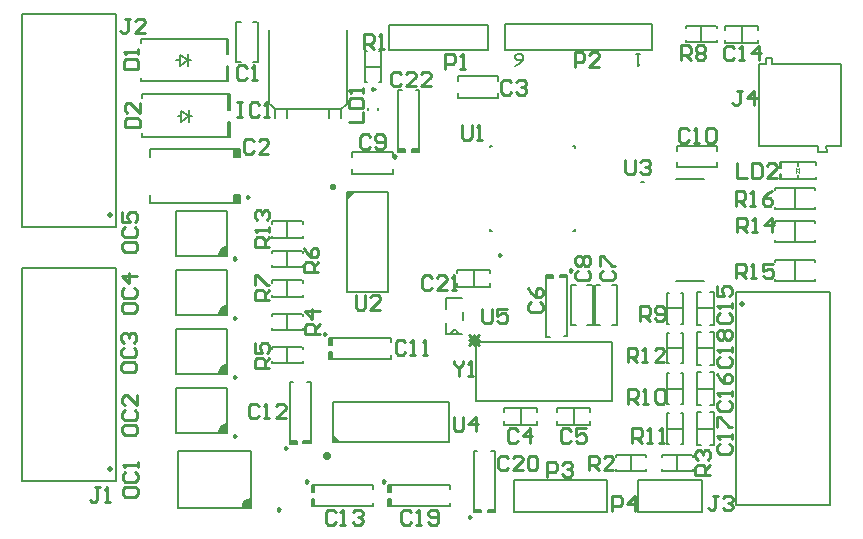
<source format=gto>
G04*
G04 #@! TF.GenerationSoftware,Altium Limited,Altium Designer,21.0.8 (223)*
G04*
G04 Layer_Color=65535*
%FSLAX25Y25*%
%MOIN*%
G70*
G04*
G04 #@! TF.SameCoordinates,22837C2A-C745-47FE-8211-02B0961AEF73*
G04*
G04*
G04 #@! TF.FilePolarity,Positive*
G04*
G01*
G75*
%ADD10C,0.00984*%
%ADD11C,0.00787*%
%ADD12C,0.00600*%
%ADD13C,0.01968*%
G04:AMPARAMS|DCode=14|XSize=19.68mil|YSize=19.68mil|CornerRadius=4.92mil|HoleSize=0mil|Usage=FLASHONLY|Rotation=0.000|XOffset=0mil|YOffset=0mil|HoleType=Round|Shape=RoundedRectangle|*
%AMROUNDEDRECTD14*
21,1,0.01968,0.00984,0,0,0.0*
21,1,0.00984,0.01968,0,0,0.0*
1,1,0.00984,0.00492,-0.00492*
1,1,0.00984,-0.00492,-0.00492*
1,1,0.00984,-0.00492,0.00492*
1,1,0.00984,0.00492,0.00492*
%
%ADD14ROUNDEDRECTD14*%
%ADD15C,0.02756*%
%ADD16C,0.00591*%
%ADD17C,0.00394*%
%ADD18C,0.00500*%
%ADD19C,0.01000*%
%ADD20R,0.02362X0.00591*%
%ADD21R,0.02362X0.00591*%
%ADD22R,0.02362X0.00591*%
%ADD23R,0.02362X0.00591*%
%ADD24R,0.00591X0.02362*%
%ADD25R,0.02165X0.02657*%
G36*
X76413Y33642D02*
X73709D01*
Y35142D01*
X75209Y36642D01*
X76413D01*
Y33642D01*
D02*
G37*
G36*
X84252Y8610D02*
X81547D01*
Y10110D01*
X83047Y11610D01*
X84252D01*
Y8610D01*
D02*
G37*
G36*
X111614Y30512D02*
X114449Y30512D01*
X111614Y33347D01*
X111614Y30512D01*
D02*
G37*
G36*
X76413Y53327D02*
X73709D01*
Y54827D01*
X75209Y56327D01*
X76413D01*
Y53327D01*
D02*
G37*
G36*
Y73012D02*
X73709D01*
Y74512D01*
X75209Y76012D01*
X76413D01*
Y73012D01*
D02*
G37*
G36*
Y92697D02*
X73709D01*
Y94197D01*
X75209Y95697D01*
X76413D01*
Y92697D01*
D02*
G37*
G36*
X116339Y114094D02*
X116339Y111260D01*
X119173Y114095D01*
X116339Y114094D01*
D02*
G37*
D10*
X167616Y92913D02*
X166878Y93340D01*
Y92487D01*
X167616Y92913D01*
X132579Y125827D02*
X131841Y126253D01*
Y125401D01*
X132579Y125827D01*
X157776Y5669D02*
X157037Y6095D01*
Y5243D01*
X157776Y5669D01*
X129035Y17520D02*
X128297Y17946D01*
Y17094D01*
X129035Y17520D01*
X103445D02*
X102707Y17946D01*
Y17094D01*
X103445Y17520D01*
X96358Y28543D02*
X95620Y28969D01*
Y28117D01*
X96358Y28543D01*
X109350Y66535D02*
X108612Y66962D01*
Y66109D01*
X109350Y66535D01*
X191437Y87795D02*
X190699Y88222D01*
Y87369D01*
X191437Y87795D01*
X83760Y112303D02*
X83022Y112729D01*
Y111877D01*
X83760Y112303D01*
X125492Y148228D02*
X124754Y148654D01*
Y147802D01*
X125492Y148228D01*
X94039Y8110D02*
X93301Y8536D01*
Y7684D01*
X94039Y8110D01*
X79405Y72012D02*
X78667Y72438D01*
Y71586D01*
X79405Y72012D01*
Y91697D02*
X78667Y92123D01*
Y91271D01*
X79405Y91697D01*
Y32642D02*
X78667Y33068D01*
Y32215D01*
X79405Y32642D01*
Y52327D02*
X78667Y52753D01*
Y51901D01*
X79405Y52327D01*
D11*
X84252Y11610D02*
X83217Y11404D01*
X82339Y10818D01*
X81753Y9941D01*
X81547Y8906D01*
X76413Y76012D02*
X75378Y75806D01*
X74501Y75220D01*
X73914Y74342D01*
X73709Y73307D01*
X215158Y117323D02*
X214370D01*
X215158D01*
X76413Y95697D02*
X75378Y95491D01*
X74501Y94905D01*
X73914Y94027D01*
X73709Y92992D01*
X76413Y36642D02*
X75378Y36436D01*
X74501Y35849D01*
X73914Y34972D01*
X73709Y33937D01*
X76413Y56327D02*
X75378Y56121D01*
X74501Y55535D01*
X73914Y54657D01*
X73709Y53622D01*
X159449Y63976D02*
X204724D01*
Y44291D02*
Y63976D01*
X159449Y44291D02*
X204724D01*
X159449D02*
Y63976D01*
X191732Y129331D02*
X192323D01*
Y128740D02*
Y129331D01*
X163976Y129390D02*
X164567D01*
X163976Y128799D02*
Y129390D01*
X163917Y101004D02*
Y101594D01*
Y101004D02*
X164508D01*
X191772Y100965D02*
X192362D01*
Y101555D01*
X245866Y9646D02*
Y80512D01*
X253740Y9646D02*
X269488D01*
X245866Y80512D02*
X277362D01*
Y9646D02*
Y80512D01*
X245866Y9646D02*
X253740D01*
X269488D02*
X277362D01*
X39370Y102362D02*
Y173228D01*
X15748D02*
X31496D01*
X7874Y102362D02*
X39370D01*
X7874D02*
Y173228D01*
X31496D02*
X39370D01*
X7874D02*
X15748D01*
X39370Y17717D02*
Y88583D01*
X15748D02*
X31496D01*
X7874Y17717D02*
X39370D01*
X7874D02*
Y88583D01*
X31496D02*
X39370D01*
X7874D02*
X15748D01*
X59449Y157874D02*
X60630D01*
X63386D02*
X64173D01*
X60630Y155905D02*
Y159449D01*
Y155905D02*
X63386Y157874D01*
X60630Y159449D02*
X63386Y157874D01*
Y155905D02*
Y159843D01*
X47638Y164961D02*
X76772D01*
X47638Y163681D02*
Y164961D01*
X76772Y159843D02*
Y164961D01*
X47638Y150787D02*
Y152067D01*
X76181Y159843D02*
X76772D01*
X76181D02*
Y164961D01*
Y150787D02*
Y155905D01*
X76772D01*
X47638Y150787D02*
X76772D01*
Y155905D01*
X133373Y128123D02*
X135735D01*
Y127336D02*
Y128123D01*
X133373Y147808D02*
X134554D01*
X133373Y127336D02*
X135735D01*
X133373D02*
Y147808D01*
X137992Y128189D02*
X140354D01*
X137992Y127402D02*
Y128189D01*
X139173Y147874D02*
X140354D01*
X137992Y127402D02*
X140354D01*
Y147874D01*
X158570Y7966D02*
X160932D01*
Y7179D02*
Y7966D01*
X158570Y27651D02*
X159751D01*
X158570Y7179D02*
X160932D01*
X158570D02*
Y27651D01*
X163189Y8032D02*
X165551D01*
X163189Y7244D02*
Y8032D01*
X164370Y27716D02*
X165551D01*
X163189Y7244D02*
X165551D01*
Y27716D01*
X130840Y13871D02*
Y16233D01*
X130052Y13871D02*
X130840D01*
X150525Y15052D02*
Y16233D01*
X130052Y13871D02*
Y16233D01*
X150525D01*
X130905Y9252D02*
Y11614D01*
X130118D02*
X130905D01*
X150591Y9252D02*
Y10433D01*
X130118Y9252D02*
Y11614D01*
Y9252D02*
X150591D01*
X105249Y13871D02*
Y16233D01*
X104462Y13871D02*
X105249D01*
X124934Y15052D02*
Y16233D01*
X104462Y13871D02*
Y16233D01*
X124934D01*
X105315Y9252D02*
Y11614D01*
X104528D02*
X105315D01*
X125000Y9252D02*
Y10433D01*
X104528Y9252D02*
Y11614D01*
Y9252D02*
X125000D01*
X97153Y30840D02*
X99515D01*
Y30053D02*
Y30840D01*
X97153Y50525D02*
X98334D01*
X97153Y30053D02*
X99515D01*
X97153D02*
Y50525D01*
X101772Y30906D02*
X104134D01*
X101772Y30118D02*
Y30906D01*
X102953Y50591D02*
X104134D01*
X101772Y30118D02*
X104134D01*
Y50591D01*
X111155Y62887D02*
Y65249D01*
X110368Y62887D02*
X111155D01*
X130840Y64068D02*
Y65249D01*
X110368Y62887D02*
Y65249D01*
X130840D01*
X111221Y58268D02*
Y60630D01*
X110433D02*
X111221D01*
X130905Y58268D02*
Y59449D01*
X110433Y58268D02*
Y60630D01*
Y58268D02*
X130905D01*
X187296Y85499D02*
X189658D01*
X187296D02*
Y86286D01*
X188477Y65814D02*
X189658D01*
X187296Y86286D02*
X189658D01*
Y65814D02*
Y86286D01*
X182677Y85433D02*
X185039D01*
Y86221D01*
X182677Y65748D02*
X183858D01*
X182677Y86221D02*
X185039D01*
X182677Y65748D02*
Y86221D01*
X50787Y110236D02*
X80709D01*
X50787Y128347D02*
X80709D01*
Y110236D02*
Y112894D01*
X50787Y110236D02*
Y112894D01*
X80709Y125689D02*
Y128347D01*
X50787Y125689D02*
Y128347D01*
X78543Y125689D02*
X80709D01*
X78543D02*
Y128347D01*
Y110236D02*
Y112894D01*
X80709D01*
X77165Y132283D02*
Y137402D01*
X48031Y132283D02*
X77165D01*
X76575Y137402D02*
X77165D01*
X76575Y132283D02*
Y137402D01*
Y141339D02*
Y146457D01*
Y141339D02*
X77165D01*
X48031Y132283D02*
Y133563D01*
X77165Y141339D02*
Y146457D01*
X48031Y145177D02*
Y146457D01*
X77165D01*
X63779Y137402D02*
Y141339D01*
X61024Y140945D02*
X63779Y139370D01*
X61024Y137402D02*
X63779Y139370D01*
X61024Y137402D02*
Y140945D01*
X63779Y139370D02*
X64567D01*
X59842D02*
X61024D01*
X257874Y156693D02*
X258067Y158662D01*
X255909D02*
X256102Y156693D01*
X255906Y158661D02*
X258071D01*
X253543Y129134D02*
Y156693D01*
X275984Y129134D02*
X281102D01*
Y156693D01*
X253543D02*
X256102D01*
X257874D02*
X281102D01*
X273150Y127165D02*
X276292D01*
X275984Y129134D02*
X276292Y127165D01*
X253543Y129134D02*
X273425D01*
X273150Y127165D02*
X273424Y129139D01*
X123425Y141240D02*
Y141831D01*
X126575Y141240D02*
Y141831D01*
X59842Y27610D02*
X84252D01*
X59842Y8610D02*
X84252D01*
X59842D02*
Y27610D01*
X84252Y8610D02*
Y27610D01*
X59413Y88012D02*
X76413D01*
X59413Y73012D02*
X76413D01*
X59413D02*
Y88012D01*
X76413Y73012D02*
Y88012D01*
X163386Y161122D02*
Y169587D01*
X130315D02*
X163386D01*
X130315Y161122D02*
Y169587D01*
Y161122D02*
X163386D01*
X217913Y161319D02*
Y169783D01*
X169095D02*
X217913D01*
X169095Y161319D02*
Y169783D01*
Y161319D02*
X217913D01*
X171811Y7303D02*
Y17894D01*
Y7303D02*
X202992D01*
Y17894D01*
X171811D02*
X202992D01*
X234606Y7303D02*
Y17894D01*
X213425D02*
X234606D01*
X213425Y7303D02*
Y17894D01*
Y7303D02*
X234606D01*
X116339Y114094D02*
X130118D01*
Y80630D02*
Y114094D01*
X116339Y80630D02*
X130118D01*
X116339D02*
Y114094D01*
X150197Y30512D02*
Y44094D01*
X111614Y30512D02*
Y44094D01*
X150197D01*
X111614Y30512D02*
X150197D01*
X76413Y92697D02*
Y107697D01*
X59413Y92697D02*
Y107697D01*
Y92697D02*
X76413D01*
X59413Y107697D02*
X76413D01*
Y33642D02*
Y48642D01*
X59413Y33642D02*
Y48642D01*
Y33642D02*
X76413D01*
X59413Y48642D02*
X76413D01*
X59413Y68327D02*
X76413D01*
X59413Y53327D02*
X76413D01*
X59413D02*
Y68327D01*
X76413Y53327D02*
Y68327D01*
D12*
X153365Y66638D02*
X153014Y67486D01*
X152165Y67838D01*
X151317Y67486D01*
X150965Y66638D01*
X115847Y142996D02*
X116246Y143396D01*
X90447D02*
X90847Y142996D01*
X92347Y141496D01*
X114347D02*
X115847Y142996D01*
X114347Y138496D02*
Y141496D01*
X110346Y138496D02*
Y141496D01*
X96346Y138496D02*
Y141496D01*
X92347Y138496D02*
Y141496D01*
X90447Y143396D02*
Y167996D01*
X116246Y143396D02*
Y167996D01*
X92347Y141496D02*
X114347D01*
X154965Y71238D02*
Y74038D01*
X153365Y66638D02*
X154465D01*
X150965D02*
X153365D01*
X149365D02*
X150965D01*
X149365Y75038D02*
Y78638D01*
X154465D01*
X149365Y66638D02*
Y70238D01*
X213976Y160039D02*
X212644D01*
X213310D01*
Y156041D01*
X213976Y156707D01*
X172334Y156041D02*
X173667Y156707D01*
X175000Y158040D01*
Y159373D01*
X174334Y160039D01*
X173001D01*
X172334Y159373D01*
Y158706D01*
X173001Y158040D01*
X175000D01*
D13*
X247835Y76575D02*
D03*
X37402Y106299D02*
D03*
Y21654D02*
D03*
D14*
X111614Y115472D02*
D03*
D15*
X109646Y25984D02*
D03*
D16*
X79331Y157283D02*
X80905D01*
X79231D02*
Y170669D01*
X79331D02*
X80905D01*
X84842D02*
X86417D01*
X86517Y157283D02*
Y170669D01*
X84842Y157283D02*
X86417D01*
X166732Y150984D02*
Y152559D01*
X153347Y152659D02*
X166732D01*
X153347Y150984D02*
Y152559D01*
Y145472D02*
Y147047D01*
Y145372D02*
X166732D01*
Y145472D02*
Y147047D01*
X204724Y83071D02*
X206299D01*
X206399Y69685D02*
Y83071D01*
X204724Y69685D02*
X206299D01*
X199213D02*
X200787D01*
X199113D02*
Y83071D01*
X199213D02*
X200787D01*
X190945D02*
X192520D01*
X190845Y69685D02*
Y83071D01*
X190945Y69685D02*
X192520D01*
X196457D02*
X198031D01*
X198132D02*
Y83071D01*
X196457D02*
X198031D01*
X131496Y120079D02*
Y121653D01*
X118110Y119979D02*
X131496D01*
X118110Y120079D02*
Y121653D01*
Y125591D02*
Y127165D01*
Y127265D02*
X131496D01*
Y125591D02*
Y127165D01*
X226378Y122244D02*
Y123819D01*
Y122144D02*
X239764D01*
Y122244D02*
Y123819D01*
Y127756D02*
Y129331D01*
X226378Y129431D02*
X239764D01*
X226378Y127756D02*
Y129331D01*
X272535Y123063D02*
Y123819D01*
X260630D02*
X272535D01*
X261035Y122063D02*
Y123819D01*
Y118307D02*
Y120063D01*
X260630Y118307D02*
X272535D01*
Y119063D01*
X260535Y123819D02*
X261035D01*
X260535Y122063D02*
Y123819D01*
Y122063D02*
X261035D01*
X260535Y118307D02*
X261035D01*
X260535D02*
Y120063D01*
X261035D01*
X266535Y122441D02*
Y123819D01*
Y118307D02*
Y119685D01*
X152953Y88092D02*
X155709D01*
X161221D01*
X163976D01*
X158465Y82480D02*
Y87992D01*
X163976Y82480D02*
Y83661D01*
X152953Y82380D02*
X163976D01*
X152953Y82480D02*
Y83661D01*
Y86811D02*
Y87992D01*
X163976Y86811D02*
Y87992D01*
X232971Y56398D02*
Y59153D01*
Y64665D01*
Y67421D01*
X233071Y61910D02*
X238583D01*
X237402Y67421D02*
X238583D01*
X238683Y56398D02*
Y67421D01*
X237402Y56398D02*
X238583D01*
X233071D02*
X234252D01*
X233071Y67421D02*
X234252D01*
X232971Y29528D02*
Y32283D01*
Y37795D01*
Y40551D01*
X233071Y35039D02*
X238583D01*
X237402Y40551D02*
X238583D01*
X238683Y29528D02*
Y40551D01*
X237402Y29528D02*
X238583D01*
X233071D02*
X234252D01*
X233071Y40551D02*
X234252D01*
X232971Y42913D02*
Y45669D01*
Y51181D01*
Y53937D01*
X233071Y48425D02*
X238583D01*
X237402Y53937D02*
X238583D01*
X238683Y42913D02*
Y53937D01*
X237402Y42913D02*
X238583D01*
X233071D02*
X234252D01*
X233071Y53937D02*
X234252D01*
X232971Y69685D02*
Y72441D01*
Y77953D01*
Y80709D01*
X233071Y75197D02*
X238583D01*
X237402Y80709D02*
X238583D01*
X238683Y69685D02*
Y80709D01*
X237402Y69685D02*
X238583D01*
X233071D02*
X234252D01*
X233071Y80709D02*
X234252D01*
X242418Y169197D02*
X245174D01*
X250686D01*
X253442D01*
X247930Y163586D02*
Y169097D01*
X253442Y163586D02*
Y164767D01*
X242418Y163486D02*
X253442D01*
X242418Y163586D02*
Y164767D01*
Y167916D02*
Y169097D01*
X253442Y167916D02*
Y169097D01*
X186417Y42029D02*
X189173D01*
X194685D01*
X197441D01*
X191929Y36417D02*
Y41929D01*
X197441Y36417D02*
Y37598D01*
X186417Y36317D02*
X197441D01*
X186417Y36417D02*
Y37598D01*
Y40748D02*
Y41929D01*
X197441Y40748D02*
Y41929D01*
X176969Y36317D02*
X179724D01*
X171457D02*
X176969D01*
X168701D02*
X171457D01*
X174213Y36417D02*
Y41929D01*
X168701Y40748D02*
Y41929D01*
Y42029D02*
X179724D01*
Y40748D02*
Y41929D01*
Y36417D02*
Y37598D01*
X168701Y36417D02*
Y37598D01*
X122244Y155709D02*
X127756D01*
X127000Y160809D02*
X127756D01*
Y150709D02*
Y160709D01*
X127000Y150609D02*
X127756D01*
X122244D02*
X123000D01*
X122244Y150709D02*
Y160709D01*
Y160809D02*
X123000D01*
X205924Y20866D02*
Y21622D01*
X206024Y20866D02*
X216024D01*
X216124D02*
Y21622D01*
Y25622D02*
Y26378D01*
X206024D02*
X216024D01*
X205924Y25622D02*
Y26378D01*
X211024Y20866D02*
Y26378D01*
X226378Y20866D02*
Y26378D01*
X231478Y20866D02*
Y21622D01*
X221378Y20866D02*
X231378D01*
X221278D02*
Y21622D01*
Y25622D02*
Y26378D01*
X221378D02*
X231378D01*
X231478Y25622D02*
Y26378D01*
X91357Y67913D02*
Y68669D01*
X91457Y67913D02*
X101457D01*
X101557D02*
Y68669D01*
Y72669D02*
Y73425D01*
X91457D02*
X101457D01*
X91357Y72669D02*
Y73425D01*
X96457Y67913D02*
Y73425D01*
Y56890D02*
Y62402D01*
X91357Y61646D02*
Y62402D01*
X91457D02*
X101457D01*
X101557Y61646D02*
Y62402D01*
Y56890D02*
Y57646D01*
X91457Y56890D02*
X101457D01*
X91357D02*
Y57646D01*
Y88779D02*
Y89535D01*
X91457Y88779D02*
X101457D01*
X101557D02*
Y89535D01*
Y93535D02*
Y94291D01*
X91457D02*
X101457D01*
X91357Y93535D02*
Y94291D01*
X96457Y88779D02*
Y94291D01*
Y78937D02*
Y84449D01*
X91357Y83693D02*
Y84449D01*
X91457D02*
X101457D01*
X101557Y83693D02*
Y84449D01*
Y78937D02*
Y79693D01*
X91457Y78937D02*
X101457D01*
X91357D02*
Y79693D01*
X239549Y168535D02*
Y169291D01*
X229449D02*
X239449D01*
X229349Y168535D02*
Y169291D01*
Y163779D02*
Y164535D01*
X229449Y163779D02*
X239449D01*
X239549D02*
Y164535D01*
X234449Y163779D02*
Y169291D01*
X222835Y75197D02*
X228346D01*
X222835Y70097D02*
X223590D01*
X222835Y70197D02*
Y80197D01*
Y80297D02*
X223590D01*
X227590D02*
X228346D01*
Y70197D02*
Y80197D01*
X227590Y70097D02*
X228346D01*
X227590Y43325D02*
X228346D01*
Y43425D02*
Y53425D01*
X227590Y53525D02*
X228346D01*
X222835D02*
X223590D01*
X222835Y43425D02*
Y53425D01*
Y43325D02*
X223590D01*
X222835Y48425D02*
X228346D01*
X222835Y35039D02*
X228346D01*
X222835Y29939D02*
X223590D01*
X222835Y30039D02*
Y40039D01*
Y40139D02*
X223590D01*
X227590D02*
X228346D01*
Y30039D02*
Y40039D01*
X227590Y29939D02*
X228346D01*
X227590Y56810D02*
X228346D01*
Y56910D02*
Y66909D01*
X227590Y67010D02*
X228346D01*
X222835D02*
X223590D01*
X222835Y56910D02*
Y66909D01*
Y56810D02*
X223590D01*
X222835Y61910D02*
X228346D01*
X96457Y98622D02*
Y104134D01*
X91357Y103378D02*
Y104134D01*
X91457D02*
X101457D01*
X101557Y103378D02*
Y104134D01*
Y98622D02*
Y99378D01*
X91457Y98622D02*
X101457D01*
X91357D02*
Y99378D01*
X258858Y114567D02*
Y115354D01*
X272244D01*
Y114567D02*
Y115354D01*
X258858Y108268D02*
Y109055D01*
Y108268D02*
X272244D01*
Y109055D01*
X265551Y108268D02*
Y115354D01*
X259055Y90551D02*
Y91339D01*
X272441D01*
Y90551D02*
Y91339D01*
X259055Y84252D02*
Y85039D01*
Y84252D02*
X272441D01*
Y85039D01*
X265748Y84252D02*
Y91339D01*
X258858Y103543D02*
Y104331D01*
X272244D01*
Y103543D02*
Y104331D01*
X258858Y97244D02*
Y98032D01*
Y97244D02*
X272244D01*
Y98032D01*
X265551Y97244D02*
Y104331D01*
D17*
X265946Y121134D02*
X267124Y120222D01*
Y120222D02*
Y121063D01*
X265947Y120177D02*
Y121063D01*
Y121949D01*
X267124Y121063D02*
Y122047D01*
X265946Y121134D02*
X267124Y122047D01*
D18*
X226102Y84153D02*
X235315D01*
X226102Y118209D02*
X235315D01*
D19*
X160365Y63073D02*
X157033Y66405D01*
X160365D02*
X157033Y63073D01*
X160365Y64739D02*
X157033D01*
X158699Y66405D02*
Y63073D01*
X246393Y123523D02*
Y118603D01*
X249673D01*
X251313Y123523D02*
Y118603D01*
X253773D01*
X254593Y119423D01*
Y122703D01*
X253773Y123523D01*
X251313D01*
X259512Y118603D02*
X256233D01*
X259512Y121883D01*
Y122703D01*
X258692Y123523D01*
X257052D01*
X256233Y122703D01*
X245819Y109351D02*
Y114271D01*
X248279D01*
X249099Y113451D01*
Y111811D01*
X248279Y110991D01*
X245819D01*
X247459D02*
X249099Y109351D01*
X250739D02*
X252379D01*
X251558D01*
Y114271D01*
X250739Y113451D01*
X258118Y114271D02*
X256478Y113451D01*
X254838Y111811D01*
Y110171D01*
X255658Y109351D01*
X257298D01*
X258118Y110171D01*
Y110991D01*
X257298Y111811D01*
X254838D01*
X239928Y12696D02*
X238288D01*
X239108D01*
Y8596D01*
X238288Y7776D01*
X237468D01*
X236648Y8596D01*
X241568Y11876D02*
X242388Y12696D01*
X244028D01*
X244848Y11876D01*
Y11056D01*
X244028Y10236D01*
X243208D01*
X244028D01*
X244848Y9416D01*
Y8596D01*
X244028Y7776D01*
X242388D01*
X241568Y8596D01*
X134319Y153215D02*
X133499Y154035D01*
X131859D01*
X131039Y153215D01*
Y149935D01*
X131859Y149115D01*
X133499D01*
X134319Y149935D01*
X139238Y149115D02*
X135959D01*
X139238Y152395D01*
Y153215D01*
X138418Y154035D01*
X136778D01*
X135959Y153215D01*
X144158Y149115D02*
X140878D01*
X144158Y152395D01*
Y153215D01*
X143338Y154035D01*
X141698D01*
X140878Y153215D01*
X246016Y85139D02*
Y90058D01*
X248476D01*
X249296Y89238D01*
Y87598D01*
X248476Y86778D01*
X246016D01*
X247656D02*
X249296Y85139D01*
X250935D02*
X252575D01*
X251755D01*
Y90058D01*
X250935Y89238D01*
X258315Y90058D02*
X255035D01*
Y87598D01*
X256675Y88418D01*
X257495D01*
X258315Y87598D01*
Y85958D01*
X257495Y85139D01*
X255855D01*
X255035Y85958D01*
X246410Y100493D02*
Y105413D01*
X248869D01*
X249689Y104593D01*
Y102953D01*
X248869Y102133D01*
X246410D01*
X248049D02*
X249689Y100493D01*
X251329D02*
X252969D01*
X252149D01*
Y105413D01*
X251329Y104593D01*
X257889Y100493D02*
Y105413D01*
X255429Y102953D01*
X258709D01*
X151838Y57578D02*
Y56758D01*
X153478Y55118D01*
X155118Y56758D01*
Y57578D01*
X153478Y55118D02*
Y52658D01*
X156758D02*
X158398D01*
X157578D01*
Y57578D01*
X156758Y56758D01*
X161451Y75098D02*
Y70998D01*
X162271Y70178D01*
X163911D01*
X164731Y70998D01*
Y75098D01*
X169651D02*
X166371D01*
Y72638D01*
X168011Y73458D01*
X168831D01*
X169651Y72638D01*
Y70998D01*
X168831Y70178D01*
X167191D01*
X166371Y70998D01*
X151806Y39074D02*
Y34974D01*
X152626Y34154D01*
X154266D01*
X155086Y34974D01*
Y39074D01*
X159185Y34154D02*
Y39074D01*
X156726Y36614D01*
X160005D01*
X209089Y124704D02*
Y120604D01*
X209909Y119784D01*
X211549D01*
X212369Y120604D01*
Y124704D01*
X214009Y123884D02*
X214829Y124704D01*
X216469D01*
X217289Y123884D01*
Y123064D01*
X216469Y122244D01*
X215649D01*
X216469D01*
X217289Y121424D01*
Y120604D01*
X216469Y119784D01*
X214829D01*
X214009Y120604D01*
X119129Y79625D02*
Y75525D01*
X119949Y74705D01*
X121589D01*
X122408Y75525D01*
Y79625D01*
X127328Y74705D02*
X124048D01*
X127328Y77985D01*
Y78805D01*
X126508Y79625D01*
X124868D01*
X124048Y78805D01*
X154594Y136318D02*
Y132218D01*
X155414Y131398D01*
X157054D01*
X157874Y132218D01*
Y136318D01*
X159514Y131398D02*
X161154D01*
X160334D01*
Y136318D01*
X159514Y135498D01*
X90452Y95622D02*
X85532D01*
Y98082D01*
X86352Y98902D01*
X87992D01*
X88812Y98082D01*
Y95622D01*
Y97262D02*
X90452Y98902D01*
Y100542D02*
Y102182D01*
Y101362D01*
X85532D01*
X86352Y100542D01*
Y104641D02*
X85532Y105461D01*
Y107101D01*
X86352Y107921D01*
X87172D01*
X87992Y107101D01*
Y106281D01*
Y107101D01*
X88812Y107921D01*
X89632D01*
X90452Y107101D01*
Y105461D01*
X89632Y104641D01*
X209795Y57186D02*
Y62106D01*
X212255D01*
X213075Y61286D01*
Y59646D01*
X212255Y58826D01*
X209795D01*
X211435D02*
X213075Y57186D01*
X214715D02*
X216355D01*
X215535D01*
Y62106D01*
X214715Y61286D01*
X222094Y57186D02*
X218815D01*
X222094Y60466D01*
Y61286D01*
X221274Y62106D01*
X219635D01*
X218815Y61286D01*
X211403Y30414D02*
Y35334D01*
X213862D01*
X214682Y34514D01*
Y32874D01*
X213862Y32054D01*
X211403D01*
X213042D02*
X214682Y30414D01*
X216322D02*
X217962D01*
X217142D01*
Y35334D01*
X216322Y34514D01*
X220422Y30414D02*
X222062D01*
X221242D01*
Y35334D01*
X220422Y34514D01*
X209992Y43406D02*
Y48326D01*
X212452D01*
X213272Y47506D01*
Y45866D01*
X212452Y45046D01*
X209992D01*
X211632D02*
X213272Y43406D01*
X214912D02*
X216552D01*
X215732D01*
Y48326D01*
X214912Y47506D01*
X219011D02*
X219831Y48326D01*
X221471D01*
X222291Y47506D01*
Y44226D01*
X221471Y43406D01*
X219831D01*
X219011Y44226D01*
Y47506D01*
X214011Y70965D02*
Y75885D01*
X216470D01*
X217290Y75065D01*
Y73425D01*
X216470Y72605D01*
X214011D01*
X215650D02*
X217290Y70965D01*
X218930Y71785D02*
X219750Y70965D01*
X221390D01*
X222210Y71785D01*
Y75065D01*
X221390Y75885D01*
X219750D01*
X218930Y75065D01*
Y74245D01*
X219750Y73425D01*
X222210D01*
X227593Y157973D02*
Y162893D01*
X230053D01*
X230873Y162073D01*
Y160433D01*
X230053Y159613D01*
X227593D01*
X229233D02*
X230873Y157973D01*
X232513Y162073D02*
X233333Y162893D01*
X234973D01*
X235793Y162073D01*
Y161253D01*
X234973Y160433D01*
X235793Y159613D01*
Y158793D01*
X234973Y157973D01*
X233333D01*
X232513Y158793D01*
Y159613D01*
X233333Y160433D01*
X232513Y161253D01*
Y162073D01*
X233333Y160433D02*
X234973D01*
X90452Y77987D02*
X85532D01*
Y80447D01*
X86352Y81267D01*
X87992D01*
X88812Y80447D01*
Y77987D01*
Y79627D02*
X90452Y81267D01*
X85532Y82907D02*
Y86186D01*
X86352D01*
X89632Y82907D01*
X90452D01*
X106790Y87239D02*
X101871D01*
Y89699D01*
X102691Y90519D01*
X104331D01*
X105151Y89699D01*
Y87239D01*
Y88879D02*
X106790Y90519D01*
X101871Y95438D02*
X102691Y93798D01*
X104331Y92159D01*
X105971D01*
X106790Y92979D01*
Y94618D01*
X105971Y95438D01*
X105151D01*
X104331Y94618D01*
Y92159D01*
X90452Y55349D02*
X85532D01*
Y57809D01*
X86352Y58629D01*
X87992D01*
X88812Y57809D01*
Y55349D01*
Y56989D02*
X90452Y58629D01*
X85532Y63549D02*
Y60269D01*
X87992D01*
X87172Y61909D01*
Y62729D01*
X87992Y63549D01*
X89632D01*
X90452Y62729D01*
Y61089D01*
X89632Y60269D01*
X107184Y66766D02*
X102265D01*
Y69226D01*
X103085Y70046D01*
X104724D01*
X105544Y69226D01*
Y66766D01*
Y68406D02*
X107184Y70046D01*
Y74146D02*
X102265D01*
X104724Y71686D01*
Y74966D01*
X237302Y19719D02*
X232383D01*
Y22179D01*
X233203Y22999D01*
X234842D01*
X235663Y22179D01*
Y19719D01*
Y21359D02*
X237302Y22999D01*
X233203Y24639D02*
X232383Y25459D01*
Y27099D01*
X233203Y27919D01*
X234023D01*
X234842Y27099D01*
Y26279D01*
Y27099D01*
X235663Y27919D01*
X236482D01*
X237302Y27099D01*
Y25459D01*
X236482Y24639D01*
X196885Y21162D02*
Y26082D01*
X199344D01*
X200164Y25262D01*
Y23622D01*
X199344Y22802D01*
X196885D01*
X198524D02*
X200164Y21162D01*
X205084D02*
X201804D01*
X205084Y24442D01*
Y25262D01*
X204264Y26082D01*
X202624D01*
X201804Y25262D01*
X121917Y161713D02*
Y166633D01*
X124377D01*
X125197Y165813D01*
Y164173D01*
X124377Y163353D01*
X121917D01*
X123557D02*
X125197Y161713D01*
X126837D02*
X128477D01*
X127657D01*
Y166633D01*
X126837Y165813D01*
X204759Y7580D02*
Y12499D01*
X207218D01*
X208038Y11679D01*
Y10039D01*
X207218Y9219D01*
X204759D01*
X212138Y7580D02*
Y12499D01*
X209678Y10039D01*
X212958D01*
X183105Y18997D02*
Y23916D01*
X185565D01*
X186385Y23097D01*
Y21457D01*
X185565Y20637D01*
X183105D01*
X188025Y23097D02*
X188845Y23916D01*
X190484D01*
X191304Y23097D01*
Y22277D01*
X190484Y21457D01*
X189665D01*
X190484D01*
X191304Y20637D01*
Y19817D01*
X190484Y18997D01*
X188845D01*
X188025Y19817D01*
X192160Y155611D02*
Y160531D01*
X194620D01*
X195440Y159711D01*
Y158071D01*
X194620Y157251D01*
X192160D01*
X200360Y155611D02*
X197080D01*
X200360Y158891D01*
Y159711D01*
X199540Y160531D01*
X197900D01*
X197080Y159711D01*
X149082Y155020D02*
Y159940D01*
X151542D01*
X152362Y159120D01*
Y157480D01*
X151542Y156660D01*
X149082D01*
X154002Y155020D02*
X155642D01*
X154822D01*
Y159940D01*
X154002Y159120D01*
X41241Y76215D02*
Y74575D01*
X42061Y73755D01*
X45341D01*
X46161Y74575D01*
Y76215D01*
X45341Y77035D01*
X42061D01*
X41241Y76215D01*
X42061Y81955D02*
X41241Y81135D01*
Y79495D01*
X42061Y78675D01*
X45341D01*
X46161Y79495D01*
Y81135D01*
X45341Y81955D01*
X46161Y86055D02*
X41241D01*
X43701Y83595D01*
Y86875D01*
X41438Y96491D02*
Y94851D01*
X42258Y94031D01*
X45537D01*
X46358Y94851D01*
Y96491D01*
X45537Y97311D01*
X42258D01*
X41438Y96491D01*
X42258Y102230D02*
X41438Y101410D01*
Y99771D01*
X42258Y98951D01*
X45537D01*
X46358Y99771D01*
Y101410D01*
X45537Y102230D01*
X41438Y107150D02*
Y103870D01*
X43898D01*
X43078Y105510D01*
Y106330D01*
X43898Y107150D01*
X45537D01*
X46358Y106330D01*
Y104690D01*
X45537Y103870D01*
X41044Y56333D02*
Y54694D01*
X41864Y53873D01*
X45144D01*
X45964Y54694D01*
Y56333D01*
X45144Y57153D01*
X41864D01*
X41044Y56333D01*
X41864Y62073D02*
X41044Y61253D01*
Y59613D01*
X41864Y58793D01*
X45144D01*
X45964Y59613D01*
Y61253D01*
X45144Y62073D01*
X41864Y63713D02*
X41044Y64533D01*
Y66173D01*
X41864Y66993D01*
X42684D01*
X43504Y66173D01*
Y65353D01*
Y66173D01*
X44324Y66993D01*
X45144D01*
X45964Y66173D01*
Y64533D01*
X45144Y63713D01*
X41438Y35467D02*
Y33827D01*
X42258Y33007D01*
X45537D01*
X46358Y33827D01*
Y35467D01*
X45537Y36287D01*
X42258D01*
X41438Y35467D01*
X42258Y41207D02*
X41438Y40387D01*
Y38747D01*
X42258Y37927D01*
X45537D01*
X46358Y38747D01*
Y40387D01*
X45537Y41207D01*
X46358Y46126D02*
Y42847D01*
X43078Y46126D01*
X42258D01*
X41438Y45307D01*
Y43667D01*
X42258Y42847D01*
X41635Y14830D02*
Y13191D01*
X42455Y12371D01*
X45734D01*
X46554Y13191D01*
Y14830D01*
X45734Y15650D01*
X42455D01*
X41635Y14830D01*
X42455Y20570D02*
X41635Y19750D01*
Y18110D01*
X42455Y17290D01*
X45734D01*
X46554Y18110D01*
Y19750D01*
X45734Y20570D01*
X46554Y22210D02*
Y23850D01*
Y23030D01*
X41635D01*
X42455Y22210D01*
X116832Y137174D02*
X121751D01*
Y140454D01*
X116832Y142094D02*
X121751D01*
Y144553D01*
X120931Y145373D01*
X117651D01*
X116832Y144553D01*
Y142094D01*
X121751Y147013D02*
Y148653D01*
Y147833D01*
X116832D01*
X117651Y147013D01*
X247999Y147735D02*
X246359D01*
X247179D01*
Y143636D01*
X246359Y142816D01*
X245539D01*
X244719Y143636D01*
X252099Y142816D02*
Y147735D01*
X249639Y145276D01*
X252919D01*
X44062Y171751D02*
X42422D01*
X43242D01*
Y167651D01*
X42422Y166832D01*
X41602D01*
X40782Y167651D01*
X48982Y166832D02*
X45702D01*
X48982Y170111D01*
Y170931D01*
X48162Y171751D01*
X46522D01*
X45702Y170931D01*
X33858Y15452D02*
X32218D01*
X33038D01*
Y11352D01*
X32218Y10532D01*
X31398D01*
X30579Y11352D01*
X35498Y10532D02*
X37138D01*
X36318D01*
Y15452D01*
X35498Y14632D01*
X79710Y143798D02*
X81350D01*
X80530D01*
Y138879D01*
X79710D01*
X81350D01*
X87089Y142979D02*
X86269Y143798D01*
X84629D01*
X83810Y142979D01*
Y139699D01*
X84629Y138879D01*
X86269D01*
X87089Y139699D01*
X88729Y138879D02*
X90369D01*
X89549D01*
Y143798D01*
X88729Y142979D01*
X42225Y135467D02*
X47145D01*
Y137927D01*
X46325Y138747D01*
X43045D01*
X42225Y137927D01*
Y135467D01*
X47145Y143667D02*
Y140387D01*
X43865Y143667D01*
X43045D01*
X42225Y142847D01*
Y141207D01*
X43045Y140387D01*
X41831Y154988D02*
X46751D01*
Y157448D01*
X45931Y158268D01*
X42651D01*
X41831Y157448D01*
Y154988D01*
X46751Y159908D02*
Y161548D01*
Y160728D01*
X41831D01*
X42651Y159908D01*
X144587Y85301D02*
X143767Y86121D01*
X142128D01*
X141308Y85301D01*
Y82021D01*
X142128Y81202D01*
X143767D01*
X144587Y82021D01*
X149507Y81202D02*
X146227D01*
X149507Y84481D01*
Y85301D01*
X148687Y86121D01*
X147047D01*
X146227Y85301D01*
X151147Y81202D02*
X152787D01*
X151967D01*
Y86121D01*
X151147Y85301D01*
X169949Y25262D02*
X169129Y26082D01*
X167489D01*
X166669Y25262D01*
Y21982D01*
X167489Y21162D01*
X169129D01*
X169949Y21982D01*
X174868Y21162D02*
X171589D01*
X174868Y24442D01*
Y25262D01*
X174048Y26082D01*
X172408D01*
X171589Y25262D01*
X176508D02*
X177328Y26082D01*
X178968D01*
X179788Y25262D01*
Y21982D01*
X178968Y21162D01*
X177328D01*
X176508Y21982D01*
Y25262D01*
X137681Y7152D02*
X136861Y7972D01*
X135222D01*
X134402Y7152D01*
Y3872D01*
X135222Y3052D01*
X136861D01*
X137681Y3872D01*
X139321Y3052D02*
X140961D01*
X140141D01*
Y7972D01*
X139321Y7152D01*
X143421Y3872D02*
X144241Y3052D01*
X145881D01*
X146701Y3872D01*
Y7152D01*
X145881Y7972D01*
X144241D01*
X143421Y7152D01*
Y6332D01*
X144241Y5512D01*
X146701D01*
X240486Y58941D02*
X239666Y58121D01*
Y56481D01*
X240486Y55661D01*
X243766D01*
X244586Y56481D01*
Y58121D01*
X243766Y58941D01*
X244586Y60581D02*
Y62221D01*
Y61401D01*
X239666D01*
X240486Y60581D01*
Y64681D02*
X239666Y65501D01*
Y67141D01*
X240486Y67961D01*
X241306D01*
X242126Y67141D01*
X242946Y67961D01*
X243766D01*
X244586Y67141D01*
Y65501D01*
X243766Y64681D01*
X242946D01*
X242126Y65501D01*
X241306Y64681D01*
X240486D01*
X242126Y65501D02*
Y67141D01*
X240486Y30004D02*
X239666Y29184D01*
Y27544D01*
X240486Y26724D01*
X243766D01*
X244586Y27544D01*
Y29184D01*
X243766Y30004D01*
X244586Y31644D02*
Y33284D01*
Y32464D01*
X239666D01*
X240486Y31644D01*
X239666Y35744D02*
Y39024D01*
X240486D01*
X243766Y35744D01*
X244586D01*
X240486Y44374D02*
X239666Y43554D01*
Y41914D01*
X240486Y41094D01*
X243766D01*
X244586Y41914D01*
Y43554D01*
X243766Y44374D01*
X244586Y46014D02*
Y47654D01*
Y46834D01*
X239666D01*
X240486Y46014D01*
X239666Y53394D02*
X240486Y51754D01*
X242126Y50114D01*
X243766D01*
X244586Y50934D01*
Y52574D01*
X243766Y53394D01*
X242946D01*
X242126Y52574D01*
Y50114D01*
X240486Y73508D02*
X239666Y72688D01*
Y71048D01*
X240486Y70228D01*
X243766D01*
X244586Y71048D01*
Y72688D01*
X243766Y73508D01*
X244586Y75148D02*
Y76788D01*
Y75968D01*
X239666D01*
X240486Y75148D01*
X239666Y82528D02*
Y79248D01*
X242126D01*
X241306Y80888D01*
Y81708D01*
X242126Y82528D01*
X243766D01*
X244586Y81708D01*
Y80068D01*
X243766Y79248D01*
X245359Y161876D02*
X244539Y162696D01*
X242899D01*
X242079Y161876D01*
Y158596D01*
X242899Y157776D01*
X244539D01*
X245359Y158596D01*
X246998Y157776D02*
X248638D01*
X247818D01*
Y162696D01*
X246998Y161876D01*
X253558Y157776D02*
Y162696D01*
X251098Y160236D01*
X254378D01*
X112485Y7152D02*
X111665Y7972D01*
X110025D01*
X109205Y7152D01*
Y3872D01*
X110025Y3052D01*
X111665D01*
X112485Y3872D01*
X114124Y3052D02*
X115764D01*
X114944D01*
Y7972D01*
X114124Y7152D01*
X118224D02*
X119044Y7972D01*
X120684D01*
X121504Y7152D01*
Y6332D01*
X120684Y5512D01*
X119864D01*
X120684D01*
X121504Y4692D01*
Y3872D01*
X120684Y3052D01*
X119044D01*
X118224Y3872D01*
X86894Y42585D02*
X86074Y43405D01*
X84434D01*
X83614Y42585D01*
Y39305D01*
X84434Y38485D01*
X86074D01*
X86894Y39305D01*
X88534Y38485D02*
X90174D01*
X89354D01*
Y43405D01*
X88534Y42585D01*
X95913Y38485D02*
X92634D01*
X95913Y41765D01*
Y42585D01*
X95093Y43405D01*
X93454D01*
X92634Y42585D01*
X135745Y63845D02*
X134925Y64665D01*
X133286D01*
X132466Y63845D01*
Y60565D01*
X133286Y59745D01*
X134925D01*
X135745Y60565D01*
X137385Y59745D02*
X139025D01*
X138205D01*
Y64665D01*
X137385Y63845D01*
X141485Y59745D02*
X143125D01*
X142305D01*
Y64665D01*
X141485Y63845D01*
X230201Y134514D02*
X229381Y135334D01*
X227741D01*
X226921Y134514D01*
Y131234D01*
X227741Y130414D01*
X229381D01*
X230201Y131234D01*
X231841Y130414D02*
X233481D01*
X232661D01*
Y135334D01*
X231841Y134514D01*
X235941D02*
X236761Y135334D01*
X238401D01*
X239220Y134514D01*
Y131234D01*
X238401Y130414D01*
X236761D01*
X235941Y131234D01*
Y134514D01*
X123983Y132349D02*
X123163Y133168D01*
X121523D01*
X120703Y132349D01*
Y129069D01*
X121523Y128249D01*
X123163D01*
X123983Y129069D01*
X125623D02*
X126443Y128249D01*
X128083D01*
X128903Y129069D01*
Y132349D01*
X128083Y133168D01*
X126443D01*
X125623Y132349D01*
Y131529D01*
X126443Y130709D01*
X128903D01*
X193242Y87763D02*
X192422Y86943D01*
Y85303D01*
X193242Y84483D01*
X196522D01*
X197342Y85303D01*
Y86943D01*
X196522Y87763D01*
X193242Y89403D02*
X192422Y90223D01*
Y91862D01*
X193242Y92682D01*
X194062D01*
X194882Y91862D01*
X195702Y92682D01*
X196522D01*
X197342Y91862D01*
Y90223D01*
X196522Y89403D01*
X195702D01*
X194882Y90223D01*
X194062Y89403D01*
X193242D01*
X194882Y90223D02*
Y91862D01*
X201510Y87763D02*
X200690Y86943D01*
Y85303D01*
X201510Y84483D01*
X204789D01*
X205609Y85303D01*
Y86943D01*
X204789Y87763D01*
X200690Y89403D02*
Y92682D01*
X201510D01*
X204789Y89403D01*
X205609D01*
X177494Y77133D02*
X176674Y76313D01*
Y74673D01*
X177494Y73853D01*
X180774D01*
X181594Y74673D01*
Y76313D01*
X180774Y77133D01*
X176674Y82052D02*
X177494Y80413D01*
X179134Y78773D01*
X180774D01*
X181594Y79593D01*
Y81233D01*
X180774Y82052D01*
X179954D01*
X179134Y81233D01*
Y78773D01*
X190912Y34317D02*
X190092Y35137D01*
X188452D01*
X187633Y34317D01*
Y31037D01*
X188452Y30217D01*
X190092D01*
X190912Y31037D01*
X195832Y35137D02*
X192552D01*
Y32677D01*
X194192Y33497D01*
X195012D01*
X195832Y32677D01*
Y31037D01*
X195012Y30217D01*
X193372D01*
X192552Y31037D01*
X173196Y34317D02*
X172376Y35137D01*
X170736D01*
X169916Y34317D01*
Y31037D01*
X170736Y30217D01*
X172376D01*
X173196Y31037D01*
X177295Y30217D02*
Y35137D01*
X174836Y32677D01*
X178115D01*
X171030Y150459D02*
X170211Y151279D01*
X168571D01*
X167751Y150459D01*
Y147179D01*
X168571Y146359D01*
X170211D01*
X171030Y147179D01*
X172670Y150459D02*
X173490Y151279D01*
X175130D01*
X175950Y150459D01*
Y149639D01*
X175130Y148819D01*
X174310D01*
X175130D01*
X175950Y147999D01*
Y147179D01*
X175130Y146359D01*
X173490D01*
X172670Y147179D01*
X85204Y130774D02*
X84384Y131594D01*
X82744D01*
X81924Y130774D01*
Y127494D01*
X82744Y126674D01*
X84384D01*
X85204Y127494D01*
X90123Y126674D02*
X86844D01*
X90123Y129954D01*
Y130774D01*
X89303Y131594D01*
X87664D01*
X86844Y130774D01*
X82874Y155380D02*
X82054Y156200D01*
X80414D01*
X79594Y155380D01*
Y152100D01*
X80414Y151280D01*
X82054D01*
X82874Y152100D01*
X84514Y151280D02*
X86154D01*
X85334D01*
Y156200D01*
X84514Y155380D01*
D20*
X134554Y127631D02*
D03*
X102953Y30413D02*
D03*
X183858Y85925D02*
D03*
D21*
X139173Y127697D02*
D03*
X98334Y30348D02*
D03*
X188477Y85991D02*
D03*
D22*
X159751Y7474D02*
D03*
D23*
X164370Y7539D02*
D03*
D24*
X130348Y15052D02*
D03*
X130413Y10433D02*
D03*
X104757Y15052D02*
D03*
X104823Y10433D02*
D03*
X110663Y64068D02*
D03*
X110728Y59449D02*
D03*
D25*
X79626Y127018D02*
D03*
Y111565D02*
D03*
M02*

</source>
